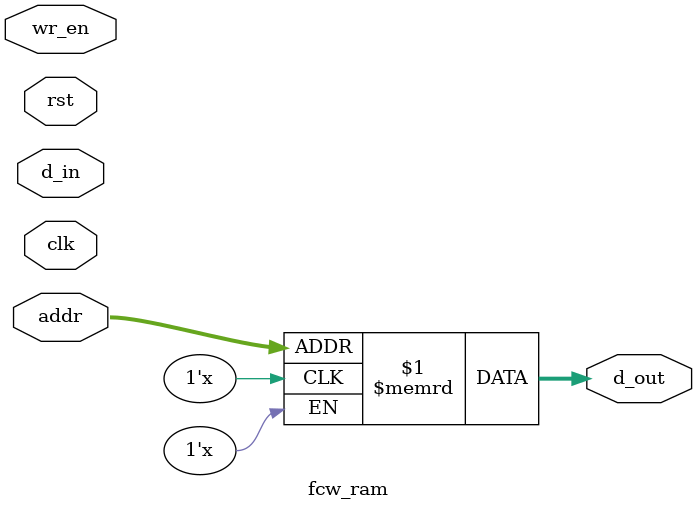
<source format=v>
`define A4_FCW 24'd0
`define B4_FCW 24'd0
`define C5_FCW 24'd0
`define D5_FCW 24'd0

module fcw_ram(
    input clk,
    input rst,
    input wr_en,
    input [1:0] addr,
    input [23:0] d_in,
    output reg [23:0] d_out
);
    reg [23:0] ram [3:0];
    assign d_out = ram[addr];

    REGISTER_R_CE #(.N(24), .INIT(`A4_FCW)) note_a_reg (
        .q(ram[0]),
        .d(d_in),
        .rst(rst),
        .ce(wr_en && addr == 2'd0),
        .clk(clk)
    );

    REGISTER_R_CE #(.N(24), .INIT(`B4_FCW)) note_b_reg (
        .q(ram[1]),
        .d(d_in),
        .rst(rst),
        .ce(wr_en && addr == 2'd1),
        .clk(clk)
    );

    REGISTER_R_CE #(.N(24), .INIT(`C5_FCW)) note_c_reg (
        .q(ram[2]),
        .d(d_in),
        .rst(rst),
        .ce(wr_en && addr == 2'd2),
        .clk(clk)
    );

    REGISTER_R_CE #(.N(24), .INIT(`D5_FCW)) note_d_reg (
        .q(ram[3]),
        .d(d_in),
        .rst(rst),
        .ce(wr_en && addr == 2'd3),
        .clk(clk)
    );

endmodule

</source>
